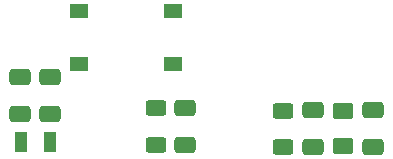
<source format=gbr>
%TF.GenerationSoftware,KiCad,Pcbnew,9.0.2*%
%TF.CreationDate,2025-06-23T15:12:22-04:00*%
%TF.ProjectId,MacroPad,4d616372-6f50-4616-942e-6b696361645f,rev?*%
%TF.SameCoordinates,Original*%
%TF.FileFunction,Paste,Top*%
%TF.FilePolarity,Positive*%
%FSLAX46Y46*%
G04 Gerber Fmt 4.6, Leading zero omitted, Abs format (unit mm)*
G04 Created by KiCad (PCBNEW 9.0.2) date 2025-06-23 15:12:22*
%MOMM*%
%LPD*%
G01*
G04 APERTURE LIST*
G04 Aperture macros list*
%AMRoundRect*
0 Rectangle with rounded corners*
0 $1 Rounding radius*
0 $2 $3 $4 $5 $6 $7 $8 $9 X,Y pos of 4 corners*
0 Add a 4 corners polygon primitive as box body*
4,1,4,$2,$3,$4,$5,$6,$7,$8,$9,$2,$3,0*
0 Add four circle primitives for the rounded corners*
1,1,$1+$1,$2,$3*
1,1,$1+$1,$4,$5*
1,1,$1+$1,$6,$7*
1,1,$1+$1,$8,$9*
0 Add four rect primitives between the rounded corners*
20,1,$1+$1,$2,$3,$4,$5,0*
20,1,$1+$1,$4,$5,$6,$7,0*
20,1,$1+$1,$6,$7,$8,$9,0*
20,1,$1+$1,$8,$9,$2,$3,0*%
G04 Aperture macros list end*
%ADD10RoundRect,0.250000X0.650000X-0.412500X0.650000X0.412500X-0.650000X0.412500X-0.650000X-0.412500X0*%
%ADD11R,1.550000X1.300000*%
%ADD12R,1.000000X1.800000*%
%ADD13RoundRect,0.250000X-0.650000X0.412500X-0.650000X-0.412500X0.650000X-0.412500X0.650000X0.412500X0*%
%ADD14RoundRect,0.250000X0.625000X-0.400000X0.625000X0.400000X-0.625000X0.400000X-0.625000X-0.400000X0*%
%ADD15RoundRect,0.250001X-0.624999X0.462499X-0.624999X-0.462499X0.624999X-0.462499X0.624999X0.462499X0*%
%ADD16RoundRect,0.250000X-0.625000X0.400000X-0.625000X-0.400000X0.625000X-0.400000X0.625000X0.400000X0*%
G04 APERTURE END LIST*
D10*
%TO.C,C5*%
X103867000Y-58677000D03*
X103867000Y-55552000D03*
%TD*%
D11*
%TO.C,SW1*%
X94892000Y-47302000D03*
X102842000Y-47302000D03*
X94892000Y-51802000D03*
X102842000Y-51802000D03*
%TD*%
D12*
%TO.C,Y1*%
X89938000Y-58443000D03*
X92438000Y-58443000D03*
%TD*%
D13*
%TO.C,C4*%
X92367000Y-52927000D03*
X92367000Y-56052000D03*
%TD*%
%TO.C,C2*%
X89867000Y-52927000D03*
X89867000Y-56052000D03*
%TD*%
D14*
%TO.C,R5*%
X101367000Y-58652000D03*
X101367000Y-55552000D03*
%TD*%
D15*
%TO.C,L1*%
X117208269Y-55758577D03*
X117208269Y-58733577D03*
%TD*%
D16*
%TO.C,TH1*%
X112128269Y-55760576D03*
X112128269Y-58860578D03*
%TD*%
D10*
%TO.C,C9*%
X119748271Y-58860577D03*
X119748271Y-55735577D03*
%TD*%
D13*
%TO.C,C8*%
X114668270Y-55685576D03*
X114668270Y-58810576D03*
%TD*%
M02*

</source>
